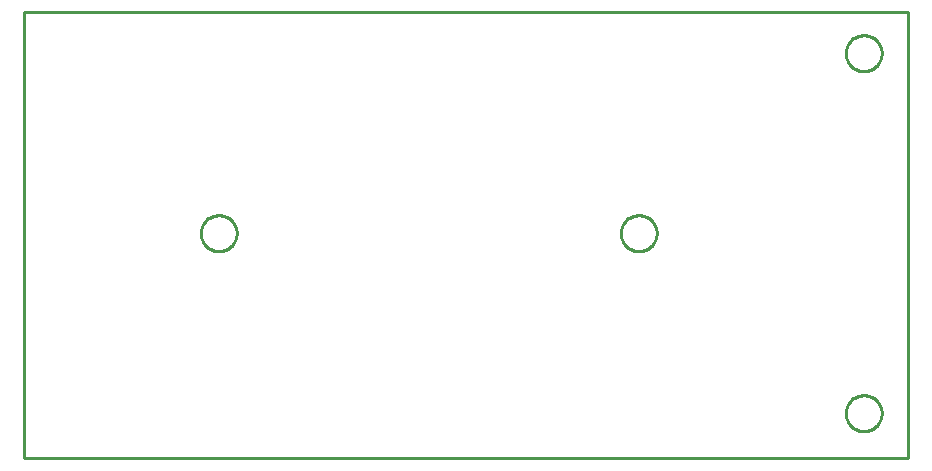
<source format=gbr>
G04 EAGLE Gerber RS-274X export*
G75*
%MOMM*%
%FSLAX34Y34*%
%LPD*%
%IN*%
%IPPOS*%
%AMOC8*
5,1,8,0,0,1.08239X$1,22.5*%
G01*
%ADD10C,0.254000*%


D10*
X0Y0D02*
X749100Y0D01*
X749100Y377700D01*
X0Y377700D01*
X0Y0D01*
X180340Y189956D02*
X180262Y188870D01*
X180107Y187792D01*
X179876Y186729D01*
X179569Y185684D01*
X179189Y184664D01*
X178737Y183674D01*
X178215Y182719D01*
X177626Y181803D01*
X176974Y180931D01*
X176261Y180109D01*
X175491Y179339D01*
X174669Y178626D01*
X173797Y177974D01*
X172881Y177385D01*
X171926Y176863D01*
X170936Y176411D01*
X169916Y176031D01*
X168871Y175724D01*
X167808Y175493D01*
X166730Y175338D01*
X165644Y175260D01*
X164556Y175260D01*
X163470Y175338D01*
X162392Y175493D01*
X161329Y175724D01*
X160284Y176031D01*
X159264Y176411D01*
X158274Y176863D01*
X157319Y177385D01*
X156403Y177974D01*
X155531Y178626D01*
X154709Y179339D01*
X153939Y180109D01*
X153226Y180931D01*
X152574Y181803D01*
X151985Y182719D01*
X151463Y183674D01*
X151011Y184664D01*
X150631Y185684D01*
X150324Y186729D01*
X150093Y187792D01*
X149938Y188870D01*
X149860Y189956D01*
X149860Y191044D01*
X149938Y192130D01*
X150093Y193208D01*
X150324Y194271D01*
X150631Y195316D01*
X151011Y196336D01*
X151463Y197326D01*
X151985Y198281D01*
X152574Y199197D01*
X153226Y200069D01*
X153939Y200891D01*
X154709Y201661D01*
X155531Y202374D01*
X156403Y203026D01*
X157319Y203615D01*
X158274Y204137D01*
X159264Y204589D01*
X160284Y204969D01*
X161329Y205276D01*
X162392Y205507D01*
X163470Y205662D01*
X164556Y205740D01*
X165644Y205740D01*
X166730Y205662D01*
X167808Y205507D01*
X168871Y205276D01*
X169916Y204969D01*
X170936Y204589D01*
X171926Y204137D01*
X172881Y203615D01*
X173797Y203026D01*
X174669Y202374D01*
X175491Y201661D01*
X176261Y200891D01*
X176974Y200069D01*
X177626Y199197D01*
X178215Y198281D01*
X178737Y197326D01*
X179189Y196336D01*
X179569Y195316D01*
X179876Y194271D01*
X180107Y193208D01*
X180262Y192130D01*
X180340Y191044D01*
X180340Y189956D01*
X535940Y189956D02*
X535862Y188870D01*
X535707Y187792D01*
X535476Y186729D01*
X535169Y185684D01*
X534789Y184664D01*
X534337Y183674D01*
X533815Y182719D01*
X533226Y181803D01*
X532574Y180931D01*
X531861Y180109D01*
X531091Y179339D01*
X530269Y178626D01*
X529397Y177974D01*
X528481Y177385D01*
X527526Y176863D01*
X526536Y176411D01*
X525516Y176031D01*
X524471Y175724D01*
X523408Y175493D01*
X522330Y175338D01*
X521244Y175260D01*
X520156Y175260D01*
X519070Y175338D01*
X517992Y175493D01*
X516929Y175724D01*
X515884Y176031D01*
X514864Y176411D01*
X513874Y176863D01*
X512919Y177385D01*
X512003Y177974D01*
X511131Y178626D01*
X510309Y179339D01*
X509539Y180109D01*
X508826Y180931D01*
X508174Y181803D01*
X507585Y182719D01*
X507063Y183674D01*
X506611Y184664D01*
X506231Y185684D01*
X505924Y186729D01*
X505693Y187792D01*
X505538Y188870D01*
X505460Y189956D01*
X505460Y191044D01*
X505538Y192130D01*
X505693Y193208D01*
X505924Y194271D01*
X506231Y195316D01*
X506611Y196336D01*
X507063Y197326D01*
X507585Y198281D01*
X508174Y199197D01*
X508826Y200069D01*
X509539Y200891D01*
X510309Y201661D01*
X511131Y202374D01*
X512003Y203026D01*
X512919Y203615D01*
X513874Y204137D01*
X514864Y204589D01*
X515884Y204969D01*
X516929Y205276D01*
X517992Y205507D01*
X519070Y205662D01*
X520156Y205740D01*
X521244Y205740D01*
X522330Y205662D01*
X523408Y205507D01*
X524471Y205276D01*
X525516Y204969D01*
X526536Y204589D01*
X527526Y204137D01*
X528481Y203615D01*
X529397Y203026D01*
X530269Y202374D01*
X531091Y201661D01*
X531861Y200891D01*
X532574Y200069D01*
X533226Y199197D01*
X533815Y198281D01*
X534337Y197326D01*
X534789Y196336D01*
X535169Y195316D01*
X535476Y194271D01*
X535707Y193208D01*
X535862Y192130D01*
X535940Y191044D01*
X535940Y189956D01*
X726440Y342356D02*
X726362Y341270D01*
X726207Y340192D01*
X725976Y339129D01*
X725669Y338084D01*
X725289Y337064D01*
X724837Y336074D01*
X724315Y335119D01*
X723726Y334203D01*
X723074Y333331D01*
X722361Y332509D01*
X721591Y331739D01*
X720769Y331026D01*
X719897Y330374D01*
X718981Y329785D01*
X718026Y329263D01*
X717036Y328811D01*
X716016Y328431D01*
X714971Y328124D01*
X713908Y327893D01*
X712830Y327738D01*
X711744Y327660D01*
X710656Y327660D01*
X709570Y327738D01*
X708492Y327893D01*
X707429Y328124D01*
X706384Y328431D01*
X705364Y328811D01*
X704374Y329263D01*
X703419Y329785D01*
X702503Y330374D01*
X701631Y331026D01*
X700809Y331739D01*
X700039Y332509D01*
X699326Y333331D01*
X698674Y334203D01*
X698085Y335119D01*
X697563Y336074D01*
X697111Y337064D01*
X696731Y338084D01*
X696424Y339129D01*
X696193Y340192D01*
X696038Y341270D01*
X695960Y342356D01*
X695960Y343444D01*
X696038Y344530D01*
X696193Y345608D01*
X696424Y346671D01*
X696731Y347716D01*
X697111Y348736D01*
X697563Y349726D01*
X698085Y350681D01*
X698674Y351597D01*
X699326Y352469D01*
X700039Y353291D01*
X700809Y354061D01*
X701631Y354774D01*
X702503Y355426D01*
X703419Y356015D01*
X704374Y356537D01*
X705364Y356989D01*
X706384Y357369D01*
X707429Y357676D01*
X708492Y357907D01*
X709570Y358062D01*
X710656Y358140D01*
X711744Y358140D01*
X712830Y358062D01*
X713908Y357907D01*
X714971Y357676D01*
X716016Y357369D01*
X717036Y356989D01*
X718026Y356537D01*
X718981Y356015D01*
X719897Y355426D01*
X720769Y354774D01*
X721591Y354061D01*
X722361Y353291D01*
X723074Y352469D01*
X723726Y351597D01*
X724315Y350681D01*
X724837Y349726D01*
X725289Y348736D01*
X725669Y347716D01*
X725976Y346671D01*
X726207Y345608D01*
X726362Y344530D01*
X726440Y343444D01*
X726440Y342356D01*
X726440Y37556D02*
X726362Y36470D01*
X726207Y35392D01*
X725976Y34329D01*
X725669Y33284D01*
X725289Y32264D01*
X724837Y31274D01*
X724315Y30319D01*
X723726Y29403D01*
X723074Y28531D01*
X722361Y27709D01*
X721591Y26939D01*
X720769Y26226D01*
X719897Y25574D01*
X718981Y24985D01*
X718026Y24463D01*
X717036Y24011D01*
X716016Y23631D01*
X714971Y23324D01*
X713908Y23093D01*
X712830Y22938D01*
X711744Y22860D01*
X710656Y22860D01*
X709570Y22938D01*
X708492Y23093D01*
X707429Y23324D01*
X706384Y23631D01*
X705364Y24011D01*
X704374Y24463D01*
X703419Y24985D01*
X702503Y25574D01*
X701631Y26226D01*
X700809Y26939D01*
X700039Y27709D01*
X699326Y28531D01*
X698674Y29403D01*
X698085Y30319D01*
X697563Y31274D01*
X697111Y32264D01*
X696731Y33284D01*
X696424Y34329D01*
X696193Y35392D01*
X696038Y36470D01*
X695960Y37556D01*
X695960Y38644D01*
X696038Y39730D01*
X696193Y40808D01*
X696424Y41871D01*
X696731Y42916D01*
X697111Y43936D01*
X697563Y44926D01*
X698085Y45881D01*
X698674Y46797D01*
X699326Y47669D01*
X700039Y48491D01*
X700809Y49261D01*
X701631Y49974D01*
X702503Y50626D01*
X703419Y51215D01*
X704374Y51737D01*
X705364Y52189D01*
X706384Y52569D01*
X707429Y52876D01*
X708492Y53107D01*
X709570Y53262D01*
X710656Y53340D01*
X711744Y53340D01*
X712830Y53262D01*
X713908Y53107D01*
X714971Y52876D01*
X716016Y52569D01*
X717036Y52189D01*
X718026Y51737D01*
X718981Y51215D01*
X719897Y50626D01*
X720769Y49974D01*
X721591Y49261D01*
X722361Y48491D01*
X723074Y47669D01*
X723726Y46797D01*
X724315Y45881D01*
X724837Y44926D01*
X725289Y43936D01*
X725669Y42916D01*
X725976Y41871D01*
X726207Y40808D01*
X726362Y39730D01*
X726440Y38644D01*
X726440Y37556D01*
M02*

</source>
